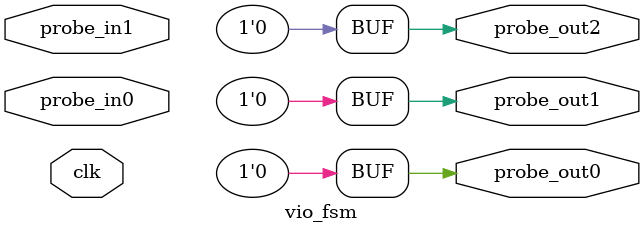
<source format=v>
`timescale 1ns / 1ps
module vio_fsm (
clk,
probe_in0,probe_in1,
probe_out0,
probe_out1,
probe_out2
);

input clk;
input [0 : 0] probe_in0;
input [2 : 0] probe_in1;

output reg [0 : 0] probe_out0 = 'h0 ;
output reg [0 : 0] probe_out1 = 'h0 ;
output reg [0 : 0] probe_out2 = 'h0 ;


endmodule

</source>
